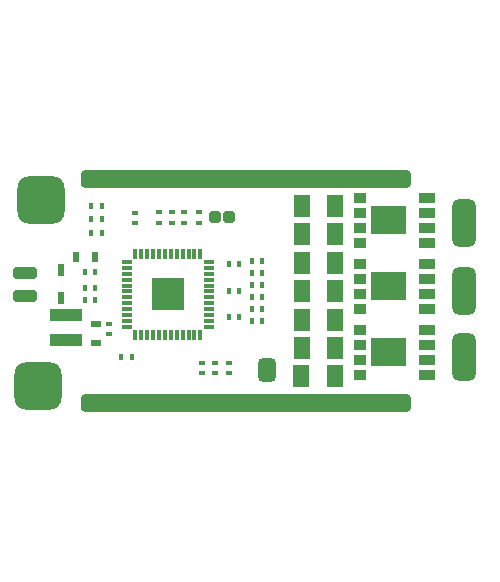
<source format=gbr>
%TF.GenerationSoftware,Altium Limited,Altium Designer,20.2.3 (150)*%
G04 Layer_Color=8421504*
%FSLAX26Y26*%
%MOIN*%
%TF.SameCoordinates,27716F98-0B22-40FE-96F5-AA6DB086EB47*%
%TF.FilePolarity,Positive*%
%TF.FileFunction,Paste,Top*%
%TF.Part,Single*%
G01*
G75*
%TA.AperFunction,SMDPad,SMDef*%
G04:AMPARAMS|DCode=16|XSize=78.74mil|YSize=59.055mil|CornerRadius=14.764mil|HoleSize=0mil|Usage=FLASHONLY|Rotation=270.000|XOffset=0mil|YOffset=0mil|HoleType=Round|Shape=RoundedRectangle|*
%AMROUNDEDRECTD16*
21,1,0.078740,0.029527,0,0,270.0*
21,1,0.049213,0.059055,0,0,270.0*
1,1,0.029528,-0.014764,-0.024606*
1,1,0.029528,-0.014764,0.024606*
1,1,0.029528,0.014764,0.024606*
1,1,0.029528,0.014764,-0.024606*
%
%ADD16ROUNDEDRECTD16*%
G04:AMPARAMS|DCode=17|XSize=59.055mil|YSize=1102.362mil|CornerRadius=14.764mil|HoleSize=0mil|Usage=FLASHONLY|Rotation=90.000|XOffset=0mil|YOffset=0mil|HoleType=Round|Shape=RoundedRectangle|*
%AMROUNDEDRECTD17*
21,1,0.059055,1.072835,0,0,90.0*
21,1,0.029527,1.102362,0,0,90.0*
1,1,0.029528,0.536417,0.014764*
1,1,0.029528,0.536417,-0.014764*
1,1,0.029528,-0.536417,-0.014764*
1,1,0.029528,-0.536417,0.014764*
%
%ADD17ROUNDEDRECTD17*%
G04:AMPARAMS|DCode=18|XSize=39.37mil|YSize=78.74mil|CornerRadius=9.842mil|HoleSize=0mil|Usage=FLASHONLY|Rotation=90.000|XOffset=0mil|YOffset=0mil|HoleType=Round|Shape=RoundedRectangle|*
%AMROUNDEDRECTD18*
21,1,0.039370,0.059055,0,0,90.0*
21,1,0.019685,0.078740,0,0,90.0*
1,1,0.019685,0.029528,0.009843*
1,1,0.019685,0.029528,-0.009843*
1,1,0.019685,-0.029528,-0.009843*
1,1,0.019685,-0.029528,0.009843*
%
%ADD18ROUNDEDRECTD18*%
G04:AMPARAMS|DCode=19|XSize=39.37mil|YSize=39.37mil|CornerRadius=9.842mil|HoleSize=0mil|Usage=FLASHONLY|Rotation=90.000|XOffset=0mil|YOffset=0mil|HoleType=Round|Shape=RoundedRectangle|*
%AMROUNDEDRECTD19*
21,1,0.039370,0.019685,0,0,90.0*
21,1,0.019685,0.039370,0,0,90.0*
1,1,0.019685,0.009843,0.009843*
1,1,0.019685,0.009843,-0.009843*
1,1,0.019685,-0.009843,-0.009843*
1,1,0.019685,-0.009843,0.009843*
%
%ADD19ROUNDEDRECTD19*%
G04:AMPARAMS|DCode=20|XSize=157.48mil|YSize=157.48mil|CornerRadius=39.37mil|HoleSize=0mil|Usage=FLASHONLY|Rotation=270.000|XOffset=0mil|YOffset=0mil|HoleType=Round|Shape=RoundedRectangle|*
%AMROUNDEDRECTD20*
21,1,0.157480,0.078740,0,0,270.0*
21,1,0.078740,0.157480,0,0,270.0*
1,1,0.078740,-0.039370,-0.039370*
1,1,0.078740,-0.039370,0.039370*
1,1,0.078740,0.039370,0.039370*
1,1,0.078740,0.039370,-0.039370*
%
%ADD20ROUNDEDRECTD20*%
G04:AMPARAMS|DCode=21|XSize=157.48mil|YSize=78.74mil|CornerRadius=19.685mil|HoleSize=0mil|Usage=FLASHONLY|Rotation=90.000|XOffset=0mil|YOffset=0mil|HoleType=Round|Shape=RoundedRectangle|*
%AMROUNDEDRECTD21*
21,1,0.157480,0.039370,0,0,90.0*
21,1,0.118110,0.078740,0,0,90.0*
1,1,0.039370,0.019685,0.059055*
1,1,0.039370,0.019685,-0.059055*
1,1,0.039370,-0.019685,-0.059055*
1,1,0.039370,-0.019685,0.059055*
%
%ADD21ROUNDEDRECTD21*%
%TA.AperFunction,SMDPad,CuDef*%
%ADD22R,0.053937X0.075197*%
%ADD23R,0.057087X0.033465*%
%ADD24R,0.041339X0.033465*%
%ADD26R,0.106000X0.039000*%
%ADD27R,0.023622X0.016000*%
%ADD28R,0.017000X0.023622*%
%ADD29R,0.016000X0.023622*%
%ADD30R,0.019685X0.041339*%
%ADD31R,0.033465X0.011811*%
%ADD32R,0.011811X0.033465*%
%ADD33R,0.106299X0.106299*%
%ADD34R,0.036614X0.020000*%
%ADD35R,0.020000X0.036614*%
%ADD36R,0.023622X0.017000*%
G36*
X3119685Y1600693D02*
X3237008D01*
Y1507307D01*
X3119685D01*
Y1600693D01*
D02*
G37*
G36*
X3119338Y1820693D02*
X3236661D01*
Y1727307D01*
X3119338D01*
Y1820693D01*
D02*
G37*
G36*
X3119685Y2040693D02*
X3237008D01*
Y1947307D01*
X3119685D01*
Y2040693D01*
D02*
G37*
D16*
X2774000Y1493000D02*
D03*
D17*
X2703000Y2131000D02*
D03*
Y1385000D02*
D03*
D18*
X1967779Y1818324D02*
D03*
X1968000Y1741000D02*
D03*
D19*
X2647906Y2005382D02*
D03*
X2600000Y2005000D02*
D03*
D20*
X2022000Y2060000D02*
D03*
X2012000Y1440000D02*
D03*
D21*
X3430000Y1536000D02*
D03*
Y1756000D02*
D03*
Y1984000D02*
D03*
D22*
X2890055Y1852000D02*
D03*
X3001945D02*
D03*
X2889055Y1475000D02*
D03*
X3000945D02*
D03*
X2890055Y1566000D02*
D03*
X3001945D02*
D03*
X2890055Y1662000D02*
D03*
X3001945D02*
D03*
X2890055Y1947000D02*
D03*
X3001945D02*
D03*
X2890055Y2042000D02*
D03*
X3001945D02*
D03*
X2890055Y1757000D02*
D03*
X3001945D02*
D03*
D23*
X3308268Y1479000D02*
D03*
Y1529000D02*
D03*
Y1579000D02*
D03*
Y1629000D02*
D03*
X3307921Y1699000D02*
D03*
Y1749000D02*
D03*
Y1799000D02*
D03*
Y1849000D02*
D03*
X3308268Y1919000D02*
D03*
Y1969000D02*
D03*
Y2019000D02*
D03*
Y2069000D02*
D03*
D24*
X3083858Y1629000D02*
D03*
Y1579000D02*
D03*
Y1529000D02*
D03*
Y1479000D02*
D03*
X3083512Y1849000D02*
D03*
Y1799000D02*
D03*
Y1749000D02*
D03*
Y1699000D02*
D03*
X3083858Y2069000D02*
D03*
Y2019000D02*
D03*
Y1969000D02*
D03*
Y1919000D02*
D03*
D26*
X2104000Y1679000D02*
D03*
Y1593000D02*
D03*
D27*
X2249000Y1648008D02*
D03*
Y1613992D02*
D03*
X2334000Y2017008D02*
D03*
Y1982992D02*
D03*
D28*
X2681008Y1846000D02*
D03*
X2646992D02*
D03*
X2681008Y1756000D02*
D03*
X2646992D02*
D03*
X2681008Y1670000D02*
D03*
X2646992D02*
D03*
X2757008Y1856000D02*
D03*
X2722992D02*
D03*
X2757008Y1816000D02*
D03*
X2722992D02*
D03*
X2757008Y1776000D02*
D03*
X2722992D02*
D03*
X2757008Y1736000D02*
D03*
X2722992D02*
D03*
X2757008Y1696000D02*
D03*
X2722992D02*
D03*
X2757008Y1656000D02*
D03*
X2722992D02*
D03*
X2188992Y2040000D02*
D03*
X2223008D02*
D03*
Y1952000D02*
D03*
X2188992D02*
D03*
X2223008Y1996000D02*
D03*
X2188992D02*
D03*
X2288992Y1538000D02*
D03*
X2323008D02*
D03*
D29*
X2166992Y1766000D02*
D03*
X2201008D02*
D03*
X2166992Y1821000D02*
D03*
X2201008D02*
D03*
X2166992Y1726000D02*
D03*
X2201008D02*
D03*
D30*
X2089000Y1734347D02*
D03*
Y1827653D02*
D03*
D31*
X2308173Y1854268D02*
D03*
Y1834583D02*
D03*
Y1814898D02*
D03*
Y1795213D02*
D03*
Y1775528D02*
D03*
Y1755842D02*
D03*
Y1736158D02*
D03*
Y1716472D02*
D03*
Y1696787D02*
D03*
Y1677102D02*
D03*
Y1657417D02*
D03*
Y1637732D02*
D03*
X2579827D02*
D03*
Y1657417D02*
D03*
Y1677102D02*
D03*
Y1696787D02*
D03*
Y1716472D02*
D03*
Y1736158D02*
D03*
Y1755842D02*
D03*
Y1775528D02*
D03*
Y1795213D02*
D03*
Y1814898D02*
D03*
Y1834583D02*
D03*
Y1854268D02*
D03*
D32*
X2335732Y1610173D02*
D03*
X2355417D02*
D03*
X2375102D02*
D03*
X2394787D02*
D03*
X2414472D02*
D03*
X2434157D02*
D03*
X2453843D02*
D03*
X2473528D02*
D03*
X2493213D02*
D03*
X2512898D02*
D03*
X2532583D02*
D03*
X2552268D02*
D03*
Y1881827D02*
D03*
X2532583D02*
D03*
X2512898D02*
D03*
X2493213D02*
D03*
X2473528D02*
D03*
X2453843D02*
D03*
X2434157D02*
D03*
X2414472D02*
D03*
X2394787D02*
D03*
X2375102D02*
D03*
X2355417D02*
D03*
X2335732D02*
D03*
D33*
X2444000Y1746000D02*
D03*
D34*
X2204000Y1585685D02*
D03*
Y1646315D02*
D03*
D35*
X2199315Y1871000D02*
D03*
X2138685D02*
D03*
D36*
X2646000Y1484992D02*
D03*
Y1519008D02*
D03*
X2558000D02*
D03*
Y1484992D02*
D03*
X2499218Y2019567D02*
D03*
Y1985551D02*
D03*
X2415218D02*
D03*
Y2019567D02*
D03*
X2546000Y2019567D02*
D03*
Y1985551D02*
D03*
X2602000Y1519008D02*
D03*
Y1484992D02*
D03*
X2457218Y1985551D02*
D03*
Y2019567D02*
D03*
%TF.MD5,8a55d2f983991ab92c3c2befbda1b072*%
M02*

</source>
